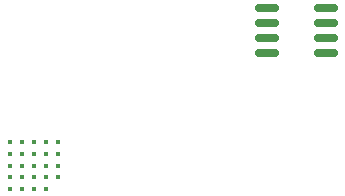
<source format=gbr>
%TF.GenerationSoftware,KiCad,Pcbnew,9.0.0+1*%
%TF.CreationDate,2025-08-24T22:54:41+08:00*%
%TF.ProjectId,cube,63756265-2e6b-4696-9361-645f70636258,rev?*%
%TF.SameCoordinates,Original*%
%TF.FileFunction,Paste,Bot*%
%TF.FilePolarity,Positive*%
%FSLAX46Y46*%
G04 Gerber Fmt 4.6, Leading zero omitted, Abs format (unit mm)*
G04 Created by KiCad (PCBNEW 9.0.0+1) date 2025-08-24 22:54:41*
%MOMM*%
%LPD*%
G01*
G04 APERTURE LIST*
G04 Aperture macros list*
%AMRoundRect*
0 Rectangle with rounded corners*
0 $1 Rounding radius*
0 $2 $3 $4 $5 $6 $7 $8 $9 X,Y pos of 4 corners*
0 Add a 4 corners polygon primitive as box body*
4,1,4,$2,$3,$4,$5,$6,$7,$8,$9,$2,$3,0*
0 Add four circle primitives for the rounded corners*
1,1,$1+$1,$2,$3*
1,1,$1+$1,$4,$5*
1,1,$1+$1,$6,$7*
1,1,$1+$1,$8,$9*
0 Add four rect primitives between the rounded corners*
20,1,$1+$1,$2,$3,$4,$5,0*
20,1,$1+$1,$4,$5,$6,$7,0*
20,1,$1+$1,$6,$7,$8,$9,0*
20,1,$1+$1,$8,$9,$2,$3,0*%
G04 Aperture macros list end*
%ADD10RoundRect,0.150000X0.825000X0.150000X-0.825000X0.150000X-0.825000X-0.150000X0.825000X-0.150000X0*%
%ADD11C,0.370000*%
G04 APERTURE END LIST*
D10*
%TO.C,U3*%
X113285000Y-92265000D03*
X113285000Y-93535000D03*
X113285000Y-94805000D03*
X113285000Y-96075000D03*
X108335000Y-96075000D03*
X108335000Y-94805000D03*
X108335000Y-93535000D03*
X108335000Y-92265000D03*
%TD*%
D11*
%TO.C,U4*%
X90590000Y-106638372D03*
X90590000Y-105638372D03*
X90590000Y-104638372D03*
X90590000Y-103638372D03*
X89590000Y-107638372D03*
X89590000Y-106638372D03*
X89590000Y-105638372D03*
X89590000Y-104638372D03*
X89590000Y-103638372D03*
X88590000Y-107638372D03*
X88590000Y-106638372D03*
X88590000Y-105638372D03*
X88590000Y-104638372D03*
X88590000Y-103638372D03*
X87590000Y-107638372D03*
X87590000Y-106638372D03*
X87590000Y-105638372D03*
X87590000Y-104638372D03*
X87590000Y-103638372D03*
X86590000Y-107638372D03*
X86590000Y-106638372D03*
X86590000Y-105638372D03*
X86590000Y-104638372D03*
X86590000Y-103638372D03*
%TD*%
M02*

</source>
